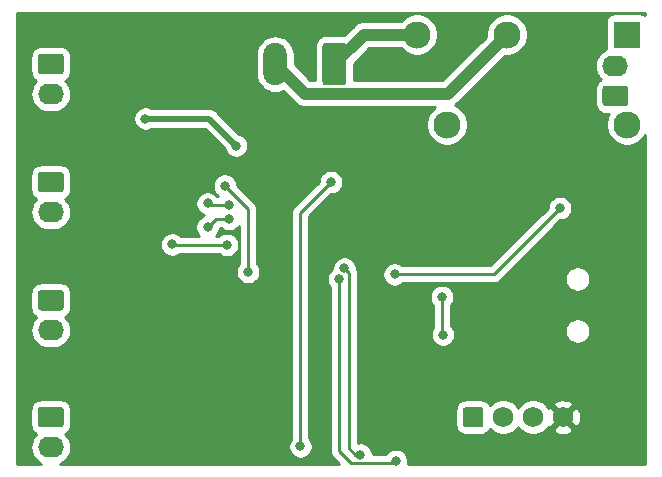
<source format=gbr>
%TF.GenerationSoftware,KiCad,Pcbnew,(5.1.7)-1*%
%TF.CreationDate,2020-10-05T16:07:01+02:00*%
%TF.ProjectId,Templogger,54656d70-6c6f-4676-9765-722e6b696361,rev?*%
%TF.SameCoordinates,Original*%
%TF.FileFunction,Copper,L2,Bot*%
%TF.FilePolarity,Positive*%
%FSLAX46Y46*%
G04 Gerber Fmt 4.6, Leading zero omitted, Abs format (unit mm)*
G04 Created by KiCad (PCBNEW (5.1.7)-1) date 2020-10-05 16:07:01*
%MOMM*%
%LPD*%
G01*
G04 APERTURE LIST*
%TA.AperFunction,ComponentPad*%
%ADD10C,1.740000*%
%TD*%
%TA.AperFunction,ComponentPad*%
%ADD11O,2.190000X1.740000*%
%TD*%
%TA.AperFunction,ComponentPad*%
%ADD12C,2.300000*%
%TD*%
%TA.AperFunction,ComponentPad*%
%ADD13R,2.300000X2.300000*%
%TD*%
%TA.AperFunction,ComponentPad*%
%ADD14O,2.000000X3.600000*%
%TD*%
%TA.AperFunction,ViaPad*%
%ADD15C,0.800000*%
%TD*%
%TA.AperFunction,Conductor*%
%ADD16C,0.250000*%
%TD*%
%TA.AperFunction,Conductor*%
%ADD17C,0.500000*%
%TD*%
%TA.AperFunction,Conductor*%
%ADD18C,1.000000*%
%TD*%
%TA.AperFunction,Conductor*%
%ADD19C,0.254000*%
%TD*%
%TA.AperFunction,Conductor*%
%ADD20C,0.100000*%
%TD*%
G04 APERTURE END LIST*
D10*
%TO.P,J9,4*%
%TO.N,GNDD*%
X144380000Y-109900000D03*
%TO.P,J9,3*%
%TO.N,SDA*%
X141840000Y-109900000D03*
%TO.P,J9,2*%
%TO.N,SCL*%
X139300000Y-109900000D03*
%TO.P,J9,1*%
%TO.N,+3V3*%
%TA.AperFunction,ComponentPad*%
G36*
G01*
X135890000Y-110520001D02*
X135890000Y-109279999D01*
G75*
G02*
X136139999Y-109030000I249999J0D01*
G01*
X137380001Y-109030000D01*
G75*
G02*
X137630000Y-109279999I0J-249999D01*
G01*
X137630000Y-110520001D01*
G75*
G02*
X137380001Y-110770000I-249999J0D01*
G01*
X136139999Y-110770000D01*
G75*
G02*
X135890000Y-110520001I0J249999D01*
G01*
G37*
%TD.AperFunction*%
%TD*%
D11*
%TO.P,J8,2*%
%TO.N,Net-(D1-Pad3)*%
X148800000Y-80160000D03*
%TO.P,J8,1*%
%TO.N,+5V*%
%TA.AperFunction,ComponentPad*%
G36*
G01*
X149645001Y-83570000D02*
X147954999Y-83570000D01*
G75*
G02*
X147705000Y-83320001I0J249999D01*
G01*
X147705000Y-82079999D01*
G75*
G02*
X147954999Y-81830000I249999J0D01*
G01*
X149645001Y-81830000D01*
G75*
G02*
X149895000Y-82079999I0J-249999D01*
G01*
X149895000Y-83320001D01*
G75*
G02*
X149645001Y-83570000I-249999J0D01*
G01*
G37*
%TD.AperFunction*%
%TD*%
D12*
%TO.P,K1,5*%
%TO.N,+5V*%
X149780000Y-85120000D03*
%TO.P,K1,4*%
%TO.N,N/C*%
X134540000Y-85120000D03*
%TO.P,K1,3*%
%TO.N,Net-(J5-Pad1)*%
X132000000Y-77500000D03*
%TO.P,K1,2*%
%TO.N,Net-(J5-Pad2)*%
X139620000Y-77500000D03*
D13*
%TO.P,K1,1*%
%TO.N,Net-(D1-Pad3)*%
X149780000Y-77500000D03*
%TD*%
D14*
%TO.P,J5,2*%
%TO.N,Net-(J5-Pad2)*%
X120000000Y-80000000D03*
%TO.P,J5,1*%
%TO.N,Net-(J5-Pad1)*%
%TA.AperFunction,ComponentPad*%
G36*
G01*
X126000000Y-78450000D02*
X126000000Y-81550000D01*
G75*
G02*
X125750000Y-81800000I-250000J0D01*
G01*
X124250000Y-81800000D01*
G75*
G02*
X124000000Y-81550000I0J250000D01*
G01*
X124000000Y-78450000D01*
G75*
G02*
X124250000Y-78200000I250000J0D01*
G01*
X125750000Y-78200000D01*
G75*
G02*
X126000000Y-78450000I0J-250000D01*
G01*
G37*
%TD.AperFunction*%
%TD*%
D11*
%TO.P,J4,2*%
%TO.N,Net-(IC4-Pad3)*%
X101000000Y-112440000D03*
%TO.P,J4,1*%
%TO.N,Net-(IC4-Pad2)*%
%TA.AperFunction,ComponentPad*%
G36*
G01*
X100154999Y-109030000D02*
X101845001Y-109030000D01*
G75*
G02*
X102095000Y-109279999I0J-249999D01*
G01*
X102095000Y-110520001D01*
G75*
G02*
X101845001Y-110770000I-249999J0D01*
G01*
X100154999Y-110770000D01*
G75*
G02*
X99905000Y-110520001I0J249999D01*
G01*
X99905000Y-109279999D01*
G75*
G02*
X100154999Y-109030000I249999J0D01*
G01*
G37*
%TD.AperFunction*%
%TD*%
%TO.P,J3,2*%
%TO.N,Net-(IC3-Pad3)*%
X101000000Y-102540000D03*
%TO.P,J3,1*%
%TO.N,Net-(IC3-Pad2)*%
%TA.AperFunction,ComponentPad*%
G36*
G01*
X100154999Y-99130000D02*
X101845001Y-99130000D01*
G75*
G02*
X102095000Y-99379999I0J-249999D01*
G01*
X102095000Y-100620001D01*
G75*
G02*
X101845001Y-100870000I-249999J0D01*
G01*
X100154999Y-100870000D01*
G75*
G02*
X99905000Y-100620001I0J249999D01*
G01*
X99905000Y-99379999D01*
G75*
G02*
X100154999Y-99130000I249999J0D01*
G01*
G37*
%TD.AperFunction*%
%TD*%
%TO.P,J2,2*%
%TO.N,Net-(IC2-Pad3)*%
X101000000Y-92540000D03*
%TO.P,J2,1*%
%TO.N,Net-(IC2-Pad2)*%
%TA.AperFunction,ComponentPad*%
G36*
G01*
X100154999Y-89130000D02*
X101845001Y-89130000D01*
G75*
G02*
X102095000Y-89379999I0J-249999D01*
G01*
X102095000Y-90620001D01*
G75*
G02*
X101845001Y-90870000I-249999J0D01*
G01*
X100154999Y-90870000D01*
G75*
G02*
X99905000Y-90620001I0J249999D01*
G01*
X99905000Y-89379999D01*
G75*
G02*
X100154999Y-89130000I249999J0D01*
G01*
G37*
%TD.AperFunction*%
%TD*%
%TO.P,J1,2*%
%TO.N,Net-(IC1-Pad3)*%
X101000000Y-82540000D03*
%TO.P,J1,1*%
%TO.N,Net-(IC1-Pad2)*%
%TA.AperFunction,ComponentPad*%
G36*
G01*
X100154999Y-79130000D02*
X101845001Y-79130000D01*
G75*
G02*
X102095000Y-79379999I0J-249999D01*
G01*
X102095000Y-80620001D01*
G75*
G02*
X101845001Y-80870000I-249999J0D01*
G01*
X100154999Y-80870000D01*
G75*
G02*
X99905000Y-80620001I0J249999D01*
G01*
X99905000Y-79379999D01*
G75*
G02*
X100154999Y-79130000I249999J0D01*
G01*
G37*
%TD.AperFunction*%
%TD*%
D15*
%TO.N,GNDD*%
X139500000Y-105000000D03*
X117500000Y-105500000D03*
X104000000Y-105000000D03*
X141100000Y-99600000D03*
X129600000Y-91400000D03*
X120400000Y-88500000D03*
X147300000Y-87400000D03*
%TO.N,NRST*%
X124700000Y-90000000D03*
X122125000Y-112375000D03*
%TO.N,+3V3*%
X116700000Y-86900000D03*
X109000000Y-84617000D03*
X134100000Y-99700000D03*
X134200000Y-102900000D03*
%TO.N,MISO*%
X115900000Y-95300000D03*
X111275000Y-95275000D03*
%TO.N,CS4*%
X115725000Y-90300000D03*
X117700000Y-97600000D03*
%TO.N,CS1*%
X116100000Y-91900000D03*
X114275000Y-91800000D03*
%TO.N,CS2*%
X116100000Y-93100000D03*
X114275000Y-93800000D03*
%TO.N,SWCLK*%
X125847214Y-97305571D03*
X127200000Y-113075000D03*
%TO.N,SWDIO*%
X125400000Y-98200000D03*
X130200000Y-113600000D03*
%TO.N,relay*%
X144100000Y-92200000D03*
X130100000Y-97800000D03*
%TD*%
D16*
%TO.N,NRST*%
X124700000Y-90000000D02*
X122125000Y-92575000D01*
X122125000Y-92575000D02*
X122125000Y-112375000D01*
D17*
%TO.N,+3V3*%
X116700000Y-86900000D02*
X114417000Y-84617000D01*
X114417000Y-84617000D02*
X109000000Y-84617000D01*
D16*
X134100000Y-99700000D02*
X134100000Y-102800000D01*
X134100000Y-102800000D02*
X134200000Y-102900000D01*
%TO.N,MISO*%
X115900000Y-95300000D02*
X111300000Y-95300000D01*
X111300000Y-95300000D02*
X111275000Y-95275000D01*
%TO.N,CS4*%
X115725000Y-90300000D02*
X117700000Y-92275000D01*
X117700000Y-92275000D02*
X117700000Y-97600000D01*
%TO.N,CS1*%
X116100000Y-91900000D02*
X114375000Y-91900000D01*
X114375000Y-91900000D02*
X114275000Y-91800000D01*
%TO.N,CS2*%
X116100000Y-93100000D02*
X114975000Y-93100000D01*
X114975000Y-93100000D02*
X114275000Y-93800000D01*
D18*
%TO.N,Net-(J5-Pad2)*%
X120000000Y-80000000D02*
X122500010Y-82500010D01*
X134619990Y-82500010D02*
X139620000Y-77500000D01*
X122500010Y-82500010D02*
X134619990Y-82500010D01*
%TO.N,Net-(J5-Pad1)*%
X127500000Y-77500000D02*
X125000000Y-80000000D01*
X132000000Y-77500000D02*
X127500000Y-77500000D01*
D16*
%TO.N,SWCLK*%
X126247213Y-97705570D02*
X126247213Y-112547213D01*
X125847214Y-97305571D02*
X126247213Y-97705570D01*
X126247213Y-112547213D02*
X126775000Y-113075000D01*
X126775000Y-113075000D02*
X127200000Y-113075000D01*
%TO.N,SWDIO*%
X125400000Y-98200000D02*
X125400000Y-112800000D01*
X125400000Y-112800000D02*
X126400000Y-113800000D01*
X126400000Y-113800000D02*
X130000000Y-113800000D01*
X130000000Y-113800000D02*
X130200000Y-113600000D01*
%TO.N,relay*%
X144100000Y-92200000D02*
X138500000Y-97800000D01*
X138500000Y-97800000D02*
X130100000Y-97800000D01*
%TD*%
D19*
%TO.N,GNDD*%
X151340000Y-75865015D02*
X151284494Y-75819463D01*
X151174180Y-75760498D01*
X151054482Y-75724188D01*
X150930000Y-75711928D01*
X148630000Y-75711928D01*
X148505518Y-75724188D01*
X148385820Y-75760498D01*
X148275506Y-75819463D01*
X148178815Y-75898815D01*
X148099463Y-75995506D01*
X148040498Y-76105820D01*
X148004188Y-76225518D01*
X147991928Y-76350000D01*
X147991928Y-78650000D01*
X148002845Y-78760841D01*
X147996275Y-78762834D01*
X147734821Y-78902583D01*
X147505655Y-79090655D01*
X147317583Y-79319821D01*
X147177834Y-79581275D01*
X147091776Y-79864968D01*
X147062718Y-80160000D01*
X147091776Y-80455032D01*
X147177834Y-80738725D01*
X147317583Y-81000179D01*
X147505655Y-81229345D01*
X147571114Y-81283066D01*
X147461613Y-81341595D01*
X147327038Y-81452038D01*
X147216595Y-81586613D01*
X147134528Y-81740149D01*
X147083992Y-81906745D01*
X147066928Y-82079999D01*
X147066928Y-83320001D01*
X147083992Y-83493255D01*
X147134528Y-83659851D01*
X147216595Y-83813387D01*
X147327038Y-83947962D01*
X147461613Y-84058405D01*
X147615149Y-84140472D01*
X147781745Y-84191008D01*
X147954999Y-84208072D01*
X148242529Y-84208072D01*
X148198153Y-84274485D01*
X148063596Y-84599335D01*
X147995000Y-84944193D01*
X147995000Y-85295807D01*
X148063596Y-85640665D01*
X148198153Y-85965515D01*
X148393500Y-86257871D01*
X148642129Y-86506500D01*
X148934485Y-86701847D01*
X149259335Y-86836404D01*
X149604193Y-86905000D01*
X149955807Y-86905000D01*
X150300665Y-86836404D01*
X150625515Y-86701847D01*
X150917871Y-86506500D01*
X151166500Y-86257871D01*
X151340000Y-85998211D01*
X151340001Y-113840000D01*
X131207538Y-113840000D01*
X131235000Y-113701939D01*
X131235000Y-113498061D01*
X131195226Y-113298102D01*
X131117205Y-113109744D01*
X131003937Y-112940226D01*
X130859774Y-112796063D01*
X130690256Y-112682795D01*
X130501898Y-112604774D01*
X130301939Y-112565000D01*
X130098061Y-112565000D01*
X129898102Y-112604774D01*
X129709744Y-112682795D01*
X129540226Y-112796063D01*
X129396063Y-112940226D01*
X129329396Y-113040000D01*
X128235000Y-113040000D01*
X128235000Y-112973061D01*
X128195226Y-112773102D01*
X128117205Y-112584744D01*
X128003937Y-112415226D01*
X127859774Y-112271063D01*
X127690256Y-112157795D01*
X127501898Y-112079774D01*
X127301939Y-112040000D01*
X127098061Y-112040000D01*
X127007213Y-112058071D01*
X127007213Y-109279999D01*
X135251928Y-109279999D01*
X135251928Y-110520001D01*
X135268992Y-110693255D01*
X135319528Y-110859851D01*
X135401595Y-111013387D01*
X135512038Y-111147962D01*
X135646613Y-111258405D01*
X135800149Y-111340472D01*
X135966745Y-111391008D01*
X136139999Y-111408072D01*
X137380001Y-111408072D01*
X137553255Y-111391008D01*
X137719851Y-111340472D01*
X137873387Y-111258405D01*
X138007962Y-111147962D01*
X138118405Y-111013387D01*
X138176433Y-110904825D01*
X138340618Y-111069010D01*
X138587115Y-111233714D01*
X138861008Y-111347164D01*
X139151770Y-111405000D01*
X139448230Y-111405000D01*
X139738992Y-111347164D01*
X140012885Y-111233714D01*
X140259382Y-111069010D01*
X140469010Y-110859382D01*
X140570000Y-110708240D01*
X140670990Y-110859382D01*
X140880618Y-111069010D01*
X141127115Y-111233714D01*
X141401008Y-111347164D01*
X141691770Y-111405000D01*
X141988230Y-111405000D01*
X142278992Y-111347164D01*
X142552885Y-111233714D01*
X142799382Y-111069010D01*
X142925720Y-110942672D01*
X143516933Y-110942672D01*
X143596988Y-111193789D01*
X143864439Y-111321687D01*
X144151703Y-111394950D01*
X144447740Y-111410764D01*
X144741174Y-111368520D01*
X145020728Y-111269841D01*
X145163012Y-111193789D01*
X145243067Y-110942672D01*
X144380000Y-110079605D01*
X143516933Y-110942672D01*
X142925720Y-110942672D01*
X143009010Y-110859382D01*
X143119719Y-110693694D01*
X143337328Y-110763067D01*
X144200395Y-109900000D01*
X144559605Y-109900000D01*
X145422672Y-110763067D01*
X145673789Y-110683012D01*
X145801687Y-110415561D01*
X145874950Y-110128297D01*
X145890764Y-109832260D01*
X145848520Y-109538826D01*
X145749841Y-109259272D01*
X145673789Y-109116988D01*
X145422672Y-109036933D01*
X144559605Y-109900000D01*
X144200395Y-109900000D01*
X143337328Y-109036933D01*
X143119719Y-109106306D01*
X143009010Y-108940618D01*
X142925720Y-108857328D01*
X143516933Y-108857328D01*
X144380000Y-109720395D01*
X145243067Y-108857328D01*
X145163012Y-108606211D01*
X144895561Y-108478313D01*
X144608297Y-108405050D01*
X144312260Y-108389236D01*
X144018826Y-108431480D01*
X143739272Y-108530159D01*
X143596988Y-108606211D01*
X143516933Y-108857328D01*
X142925720Y-108857328D01*
X142799382Y-108730990D01*
X142552885Y-108566286D01*
X142278992Y-108452836D01*
X141988230Y-108395000D01*
X141691770Y-108395000D01*
X141401008Y-108452836D01*
X141127115Y-108566286D01*
X140880618Y-108730990D01*
X140670990Y-108940618D01*
X140570000Y-109091760D01*
X140469010Y-108940618D01*
X140259382Y-108730990D01*
X140012885Y-108566286D01*
X139738992Y-108452836D01*
X139448230Y-108395000D01*
X139151770Y-108395000D01*
X138861008Y-108452836D01*
X138587115Y-108566286D01*
X138340618Y-108730990D01*
X138176433Y-108895175D01*
X138118405Y-108786613D01*
X138007962Y-108652038D01*
X137873387Y-108541595D01*
X137719851Y-108459528D01*
X137553255Y-108408992D01*
X137380001Y-108391928D01*
X136139999Y-108391928D01*
X135966745Y-108408992D01*
X135800149Y-108459528D01*
X135646613Y-108541595D01*
X135512038Y-108652038D01*
X135401595Y-108786613D01*
X135319528Y-108940149D01*
X135268992Y-109106745D01*
X135251928Y-109279999D01*
X127007213Y-109279999D01*
X127007213Y-99598061D01*
X133065000Y-99598061D01*
X133065000Y-99801939D01*
X133104774Y-100001898D01*
X133182795Y-100190256D01*
X133296063Y-100359774D01*
X133340000Y-100403711D01*
X133340001Y-102324129D01*
X133282795Y-102409744D01*
X133204774Y-102598102D01*
X133165000Y-102798061D01*
X133165000Y-103001939D01*
X133204774Y-103201898D01*
X133282795Y-103390256D01*
X133396063Y-103559774D01*
X133540226Y-103703937D01*
X133709744Y-103817205D01*
X133898102Y-103895226D01*
X134098061Y-103935000D01*
X134301939Y-103935000D01*
X134501898Y-103895226D01*
X134690256Y-103817205D01*
X134859774Y-103703937D01*
X135003937Y-103559774D01*
X135117205Y-103390256D01*
X135195226Y-103201898D01*
X135235000Y-103001939D01*
X135235000Y-102798061D01*
X135195226Y-102598102D01*
X135151748Y-102493137D01*
X144515000Y-102493137D01*
X144515000Y-102706863D01*
X144556696Y-102916483D01*
X144638485Y-103113940D01*
X144757225Y-103291647D01*
X144908353Y-103442775D01*
X145086060Y-103561515D01*
X145283517Y-103643304D01*
X145493137Y-103685000D01*
X145706863Y-103685000D01*
X145916483Y-103643304D01*
X146113940Y-103561515D01*
X146291647Y-103442775D01*
X146442775Y-103291647D01*
X146561515Y-103113940D01*
X146643304Y-102916483D01*
X146685000Y-102706863D01*
X146685000Y-102493137D01*
X146643304Y-102283517D01*
X146561515Y-102086060D01*
X146442775Y-101908353D01*
X146291647Y-101757225D01*
X146113940Y-101638485D01*
X145916483Y-101556696D01*
X145706863Y-101515000D01*
X145493137Y-101515000D01*
X145283517Y-101556696D01*
X145086060Y-101638485D01*
X144908353Y-101757225D01*
X144757225Y-101908353D01*
X144638485Y-102086060D01*
X144556696Y-102283517D01*
X144515000Y-102493137D01*
X135151748Y-102493137D01*
X135117205Y-102409744D01*
X135003937Y-102240226D01*
X134860000Y-102096289D01*
X134860000Y-100403711D01*
X134903937Y-100359774D01*
X135017205Y-100190256D01*
X135095226Y-100001898D01*
X135135000Y-99801939D01*
X135135000Y-99598061D01*
X135095226Y-99398102D01*
X135017205Y-99209744D01*
X134903937Y-99040226D01*
X134759774Y-98896063D01*
X134590256Y-98782795D01*
X134401898Y-98704774D01*
X134201939Y-98665000D01*
X133998061Y-98665000D01*
X133798102Y-98704774D01*
X133609744Y-98782795D01*
X133440226Y-98896063D01*
X133296063Y-99040226D01*
X133182795Y-99209744D01*
X133104774Y-99398102D01*
X133065000Y-99598061D01*
X127007213Y-99598061D01*
X127007213Y-97742892D01*
X127010889Y-97705569D01*
X127010150Y-97698061D01*
X129065000Y-97698061D01*
X129065000Y-97901939D01*
X129104774Y-98101898D01*
X129182795Y-98290256D01*
X129296063Y-98459774D01*
X129440226Y-98603937D01*
X129609744Y-98717205D01*
X129798102Y-98795226D01*
X129998061Y-98835000D01*
X130201939Y-98835000D01*
X130401898Y-98795226D01*
X130590256Y-98717205D01*
X130759774Y-98603937D01*
X130803711Y-98560000D01*
X138462678Y-98560000D01*
X138500000Y-98563676D01*
X138537322Y-98560000D01*
X138537333Y-98560000D01*
X138648986Y-98549003D01*
X138792247Y-98505546D01*
X138924276Y-98434974D01*
X139040001Y-98340001D01*
X139063804Y-98310997D01*
X139281664Y-98093137D01*
X144515000Y-98093137D01*
X144515000Y-98306863D01*
X144556696Y-98516483D01*
X144638485Y-98713940D01*
X144757225Y-98891647D01*
X144908353Y-99042775D01*
X145086060Y-99161515D01*
X145283517Y-99243304D01*
X145493137Y-99285000D01*
X145706863Y-99285000D01*
X145916483Y-99243304D01*
X146113940Y-99161515D01*
X146291647Y-99042775D01*
X146442775Y-98891647D01*
X146561515Y-98713940D01*
X146643304Y-98516483D01*
X146685000Y-98306863D01*
X146685000Y-98093137D01*
X146643304Y-97883517D01*
X146561515Y-97686060D01*
X146442775Y-97508353D01*
X146291647Y-97357225D01*
X146113940Y-97238485D01*
X145916483Y-97156696D01*
X145706863Y-97115000D01*
X145493137Y-97115000D01*
X145283517Y-97156696D01*
X145086060Y-97238485D01*
X144908353Y-97357225D01*
X144757225Y-97508353D01*
X144638485Y-97686060D01*
X144556696Y-97883517D01*
X144515000Y-98093137D01*
X139281664Y-98093137D01*
X144139802Y-93235000D01*
X144201939Y-93235000D01*
X144401898Y-93195226D01*
X144590256Y-93117205D01*
X144759774Y-93003937D01*
X144903937Y-92859774D01*
X145017205Y-92690256D01*
X145095226Y-92501898D01*
X145135000Y-92301939D01*
X145135000Y-92098061D01*
X145095226Y-91898102D01*
X145017205Y-91709744D01*
X144903937Y-91540226D01*
X144759774Y-91396063D01*
X144590256Y-91282795D01*
X144401898Y-91204774D01*
X144201939Y-91165000D01*
X143998061Y-91165000D01*
X143798102Y-91204774D01*
X143609744Y-91282795D01*
X143440226Y-91396063D01*
X143296063Y-91540226D01*
X143182795Y-91709744D01*
X143104774Y-91898102D01*
X143065000Y-92098061D01*
X143065000Y-92160198D01*
X138185199Y-97040000D01*
X130803711Y-97040000D01*
X130759774Y-96996063D01*
X130590256Y-96882795D01*
X130401898Y-96804774D01*
X130201939Y-96765000D01*
X129998061Y-96765000D01*
X129798102Y-96804774D01*
X129609744Y-96882795D01*
X129440226Y-96996063D01*
X129296063Y-97140226D01*
X129182795Y-97309744D01*
X129104774Y-97498102D01*
X129065000Y-97698061D01*
X127010150Y-97698061D01*
X127007213Y-97668247D01*
X127007213Y-97668237D01*
X126996216Y-97556584D01*
X126952759Y-97413323D01*
X126882214Y-97281345D01*
X126882214Y-97203632D01*
X126842440Y-97003673D01*
X126764419Y-96815315D01*
X126651151Y-96645797D01*
X126506988Y-96501634D01*
X126337470Y-96388366D01*
X126149112Y-96310345D01*
X125949153Y-96270571D01*
X125745275Y-96270571D01*
X125545316Y-96310345D01*
X125356958Y-96388366D01*
X125187440Y-96501634D01*
X125043277Y-96645797D01*
X124930009Y-96815315D01*
X124851988Y-97003673D01*
X124812214Y-97203632D01*
X124812214Y-97347962D01*
X124740226Y-97396063D01*
X124596063Y-97540226D01*
X124482795Y-97709744D01*
X124404774Y-97898102D01*
X124365000Y-98098061D01*
X124365000Y-98301939D01*
X124404774Y-98501898D01*
X124482795Y-98690256D01*
X124596063Y-98859774D01*
X124640000Y-98903711D01*
X124640001Y-112762668D01*
X124636324Y-112800000D01*
X124640001Y-112837333D01*
X124648736Y-112926014D01*
X124650998Y-112948985D01*
X124694454Y-113092246D01*
X124765026Y-113224276D01*
X124836109Y-113310890D01*
X124860000Y-113340001D01*
X124888998Y-113363799D01*
X125365198Y-113840000D01*
X101794383Y-113840000D01*
X101803725Y-113837166D01*
X102065179Y-113697417D01*
X102294345Y-113509345D01*
X102482417Y-113280179D01*
X102622166Y-113018725D01*
X102708224Y-112735032D01*
X102737282Y-112440000D01*
X102720841Y-112273061D01*
X121090000Y-112273061D01*
X121090000Y-112476939D01*
X121129774Y-112676898D01*
X121207795Y-112865256D01*
X121321063Y-113034774D01*
X121465226Y-113178937D01*
X121634744Y-113292205D01*
X121823102Y-113370226D01*
X122023061Y-113410000D01*
X122226939Y-113410000D01*
X122426898Y-113370226D01*
X122615256Y-113292205D01*
X122784774Y-113178937D01*
X122928937Y-113034774D01*
X123042205Y-112865256D01*
X123120226Y-112676898D01*
X123160000Y-112476939D01*
X123160000Y-112273061D01*
X123120226Y-112073102D01*
X123042205Y-111884744D01*
X122928937Y-111715226D01*
X122885000Y-111671289D01*
X122885000Y-92889801D01*
X124739802Y-91035000D01*
X124801939Y-91035000D01*
X125001898Y-90995226D01*
X125190256Y-90917205D01*
X125359774Y-90803937D01*
X125503937Y-90659774D01*
X125617205Y-90490256D01*
X125695226Y-90301898D01*
X125735000Y-90101939D01*
X125735000Y-89898061D01*
X125695226Y-89698102D01*
X125617205Y-89509744D01*
X125503937Y-89340226D01*
X125359774Y-89196063D01*
X125190256Y-89082795D01*
X125001898Y-89004774D01*
X124801939Y-88965000D01*
X124598061Y-88965000D01*
X124398102Y-89004774D01*
X124209744Y-89082795D01*
X124040226Y-89196063D01*
X123896063Y-89340226D01*
X123782795Y-89509744D01*
X123704774Y-89698102D01*
X123665000Y-89898061D01*
X123665000Y-89960198D01*
X121614003Y-92011196D01*
X121584999Y-92034999D01*
X121538018Y-92092246D01*
X121490026Y-92150724D01*
X121443554Y-92237667D01*
X121419454Y-92282754D01*
X121375997Y-92426015D01*
X121365000Y-92537668D01*
X121365000Y-92537678D01*
X121361324Y-92575000D01*
X121365000Y-92612322D01*
X121365001Y-111671288D01*
X121321063Y-111715226D01*
X121207795Y-111884744D01*
X121129774Y-112073102D01*
X121090000Y-112273061D01*
X102720841Y-112273061D01*
X102708224Y-112144968D01*
X102622166Y-111861275D01*
X102482417Y-111599821D01*
X102294345Y-111370655D01*
X102228886Y-111316934D01*
X102338387Y-111258405D01*
X102472962Y-111147962D01*
X102583405Y-111013387D01*
X102665472Y-110859851D01*
X102716008Y-110693255D01*
X102733072Y-110520001D01*
X102733072Y-109279999D01*
X102716008Y-109106745D01*
X102665472Y-108940149D01*
X102583405Y-108786613D01*
X102472962Y-108652038D01*
X102338387Y-108541595D01*
X102184851Y-108459528D01*
X102018255Y-108408992D01*
X101845001Y-108391928D01*
X100154999Y-108391928D01*
X99981745Y-108408992D01*
X99815149Y-108459528D01*
X99661613Y-108541595D01*
X99527038Y-108652038D01*
X99416595Y-108786613D01*
X99334528Y-108940149D01*
X99283992Y-109106745D01*
X99266928Y-109279999D01*
X99266928Y-110520001D01*
X99283992Y-110693255D01*
X99334528Y-110859851D01*
X99416595Y-111013387D01*
X99527038Y-111147962D01*
X99661613Y-111258405D01*
X99771114Y-111316934D01*
X99705655Y-111370655D01*
X99517583Y-111599821D01*
X99377834Y-111861275D01*
X99291776Y-112144968D01*
X99262718Y-112440000D01*
X99291776Y-112735032D01*
X99377834Y-113018725D01*
X99517583Y-113280179D01*
X99705655Y-113509345D01*
X99934821Y-113697417D01*
X100196275Y-113837166D01*
X100205617Y-113840000D01*
X98160000Y-113840000D01*
X98160000Y-102540000D01*
X99262718Y-102540000D01*
X99291776Y-102835032D01*
X99377834Y-103118725D01*
X99517583Y-103380179D01*
X99705655Y-103609345D01*
X99934821Y-103797417D01*
X100196275Y-103937166D01*
X100479968Y-104023224D01*
X100701064Y-104045000D01*
X101298936Y-104045000D01*
X101520032Y-104023224D01*
X101803725Y-103937166D01*
X102065179Y-103797417D01*
X102294345Y-103609345D01*
X102482417Y-103380179D01*
X102622166Y-103118725D01*
X102708224Y-102835032D01*
X102737282Y-102540000D01*
X102708224Y-102244968D01*
X102622166Y-101961275D01*
X102482417Y-101699821D01*
X102294345Y-101470655D01*
X102228886Y-101416934D01*
X102338387Y-101358405D01*
X102472962Y-101247962D01*
X102583405Y-101113387D01*
X102665472Y-100959851D01*
X102716008Y-100793255D01*
X102733072Y-100620001D01*
X102733072Y-99379999D01*
X102716008Y-99206745D01*
X102665472Y-99040149D01*
X102583405Y-98886613D01*
X102472962Y-98752038D01*
X102338387Y-98641595D01*
X102184851Y-98559528D01*
X102018255Y-98508992D01*
X101845001Y-98491928D01*
X100154999Y-98491928D01*
X99981745Y-98508992D01*
X99815149Y-98559528D01*
X99661613Y-98641595D01*
X99527038Y-98752038D01*
X99416595Y-98886613D01*
X99334528Y-99040149D01*
X99283992Y-99206745D01*
X99266928Y-99379999D01*
X99266928Y-100620001D01*
X99283992Y-100793255D01*
X99334528Y-100959851D01*
X99416595Y-101113387D01*
X99527038Y-101247962D01*
X99661613Y-101358405D01*
X99771114Y-101416934D01*
X99705655Y-101470655D01*
X99517583Y-101699821D01*
X99377834Y-101961275D01*
X99291776Y-102244968D01*
X99262718Y-102540000D01*
X98160000Y-102540000D01*
X98160000Y-95173061D01*
X110240000Y-95173061D01*
X110240000Y-95376939D01*
X110279774Y-95576898D01*
X110357795Y-95765256D01*
X110471063Y-95934774D01*
X110615226Y-96078937D01*
X110784744Y-96192205D01*
X110973102Y-96270226D01*
X111173061Y-96310000D01*
X111376939Y-96310000D01*
X111576898Y-96270226D01*
X111765256Y-96192205D01*
X111934774Y-96078937D01*
X111953711Y-96060000D01*
X115196289Y-96060000D01*
X115240226Y-96103937D01*
X115409744Y-96217205D01*
X115598102Y-96295226D01*
X115798061Y-96335000D01*
X116001939Y-96335000D01*
X116201898Y-96295226D01*
X116390256Y-96217205D01*
X116559774Y-96103937D01*
X116703937Y-95959774D01*
X116817205Y-95790256D01*
X116895226Y-95601898D01*
X116935000Y-95401939D01*
X116935000Y-95198061D01*
X116895226Y-94998102D01*
X116817205Y-94809744D01*
X116703937Y-94640226D01*
X116559774Y-94496063D01*
X116390256Y-94382795D01*
X116201898Y-94304774D01*
X116001939Y-94265000D01*
X115798061Y-94265000D01*
X115598102Y-94304774D01*
X115409744Y-94382795D01*
X115240226Y-94496063D01*
X115196289Y-94540000D01*
X114998711Y-94540000D01*
X115078937Y-94459774D01*
X115192205Y-94290256D01*
X115270226Y-94101898D01*
X115310000Y-93901939D01*
X115310000Y-93860000D01*
X115396289Y-93860000D01*
X115440226Y-93903937D01*
X115609744Y-94017205D01*
X115798102Y-94095226D01*
X115998061Y-94135000D01*
X116201939Y-94135000D01*
X116401898Y-94095226D01*
X116590256Y-94017205D01*
X116759774Y-93903937D01*
X116903937Y-93759774D01*
X116940000Y-93705801D01*
X116940001Y-96896288D01*
X116896063Y-96940226D01*
X116782795Y-97109744D01*
X116704774Y-97298102D01*
X116665000Y-97498061D01*
X116665000Y-97701939D01*
X116704774Y-97901898D01*
X116782795Y-98090256D01*
X116896063Y-98259774D01*
X117040226Y-98403937D01*
X117209744Y-98517205D01*
X117398102Y-98595226D01*
X117598061Y-98635000D01*
X117801939Y-98635000D01*
X118001898Y-98595226D01*
X118190256Y-98517205D01*
X118359774Y-98403937D01*
X118503937Y-98259774D01*
X118617205Y-98090256D01*
X118695226Y-97901898D01*
X118735000Y-97701939D01*
X118735000Y-97498061D01*
X118695226Y-97298102D01*
X118617205Y-97109744D01*
X118503937Y-96940226D01*
X118460000Y-96896289D01*
X118460000Y-92312325D01*
X118463676Y-92275000D01*
X118460000Y-92237675D01*
X118460000Y-92237667D01*
X118449003Y-92126014D01*
X118405546Y-91982753D01*
X118334974Y-91850724D01*
X118240001Y-91734999D01*
X118211004Y-91711202D01*
X116760000Y-90260199D01*
X116760000Y-90198061D01*
X116720226Y-89998102D01*
X116642205Y-89809744D01*
X116528937Y-89640226D01*
X116384774Y-89496063D01*
X116215256Y-89382795D01*
X116026898Y-89304774D01*
X115826939Y-89265000D01*
X115623061Y-89265000D01*
X115423102Y-89304774D01*
X115234744Y-89382795D01*
X115065226Y-89496063D01*
X114921063Y-89640226D01*
X114807795Y-89809744D01*
X114729774Y-89998102D01*
X114690000Y-90198061D01*
X114690000Y-90401939D01*
X114729774Y-90601898D01*
X114807795Y-90790256D01*
X114921063Y-90959774D01*
X115065226Y-91103937D01*
X115119198Y-91140000D01*
X115078711Y-91140000D01*
X114934774Y-90996063D01*
X114765256Y-90882795D01*
X114576898Y-90804774D01*
X114376939Y-90765000D01*
X114173061Y-90765000D01*
X113973102Y-90804774D01*
X113784744Y-90882795D01*
X113615226Y-90996063D01*
X113471063Y-91140226D01*
X113357795Y-91309744D01*
X113279774Y-91498102D01*
X113240000Y-91698061D01*
X113240000Y-91901939D01*
X113279774Y-92101898D01*
X113357795Y-92290256D01*
X113471063Y-92459774D01*
X113615226Y-92603937D01*
X113784744Y-92717205D01*
X113973102Y-92795226D01*
X113997103Y-92800000D01*
X113973102Y-92804774D01*
X113784744Y-92882795D01*
X113615226Y-92996063D01*
X113471063Y-93140226D01*
X113357795Y-93309744D01*
X113279774Y-93498102D01*
X113240000Y-93698061D01*
X113240000Y-93901939D01*
X113279774Y-94101898D01*
X113357795Y-94290256D01*
X113471063Y-94459774D01*
X113551289Y-94540000D01*
X112003711Y-94540000D01*
X111934774Y-94471063D01*
X111765256Y-94357795D01*
X111576898Y-94279774D01*
X111376939Y-94240000D01*
X111173061Y-94240000D01*
X110973102Y-94279774D01*
X110784744Y-94357795D01*
X110615226Y-94471063D01*
X110471063Y-94615226D01*
X110357795Y-94784744D01*
X110279774Y-94973102D01*
X110240000Y-95173061D01*
X98160000Y-95173061D01*
X98160000Y-92540000D01*
X99262718Y-92540000D01*
X99291776Y-92835032D01*
X99377834Y-93118725D01*
X99517583Y-93380179D01*
X99705655Y-93609345D01*
X99934821Y-93797417D01*
X100196275Y-93937166D01*
X100479968Y-94023224D01*
X100701064Y-94045000D01*
X101298936Y-94045000D01*
X101520032Y-94023224D01*
X101803725Y-93937166D01*
X102065179Y-93797417D01*
X102294345Y-93609345D01*
X102482417Y-93380179D01*
X102622166Y-93118725D01*
X102708224Y-92835032D01*
X102737282Y-92540000D01*
X102708224Y-92244968D01*
X102622166Y-91961275D01*
X102482417Y-91699821D01*
X102294345Y-91470655D01*
X102228886Y-91416934D01*
X102338387Y-91358405D01*
X102472962Y-91247962D01*
X102583405Y-91113387D01*
X102665472Y-90959851D01*
X102716008Y-90793255D01*
X102733072Y-90620001D01*
X102733072Y-89379999D01*
X102716008Y-89206745D01*
X102665472Y-89040149D01*
X102583405Y-88886613D01*
X102472962Y-88752038D01*
X102338387Y-88641595D01*
X102184851Y-88559528D01*
X102018255Y-88508992D01*
X101845001Y-88491928D01*
X100154999Y-88491928D01*
X99981745Y-88508992D01*
X99815149Y-88559528D01*
X99661613Y-88641595D01*
X99527038Y-88752038D01*
X99416595Y-88886613D01*
X99334528Y-89040149D01*
X99283992Y-89206745D01*
X99266928Y-89379999D01*
X99266928Y-90620001D01*
X99283992Y-90793255D01*
X99334528Y-90959851D01*
X99416595Y-91113387D01*
X99527038Y-91247962D01*
X99661613Y-91358405D01*
X99771114Y-91416934D01*
X99705655Y-91470655D01*
X99517583Y-91699821D01*
X99377834Y-91961275D01*
X99291776Y-92244968D01*
X99262718Y-92540000D01*
X98160000Y-92540000D01*
X98160000Y-84515061D01*
X107965000Y-84515061D01*
X107965000Y-84718939D01*
X108004774Y-84918898D01*
X108082795Y-85107256D01*
X108196063Y-85276774D01*
X108340226Y-85420937D01*
X108509744Y-85534205D01*
X108698102Y-85612226D01*
X108898061Y-85652000D01*
X109101939Y-85652000D01*
X109301898Y-85612226D01*
X109490256Y-85534205D01*
X109538454Y-85502000D01*
X114050422Y-85502000D01*
X115693465Y-87145044D01*
X115704774Y-87201898D01*
X115782795Y-87390256D01*
X115896063Y-87559774D01*
X116040226Y-87703937D01*
X116209744Y-87817205D01*
X116398102Y-87895226D01*
X116598061Y-87935000D01*
X116801939Y-87935000D01*
X117001898Y-87895226D01*
X117190256Y-87817205D01*
X117359774Y-87703937D01*
X117503937Y-87559774D01*
X117617205Y-87390256D01*
X117695226Y-87201898D01*
X117735000Y-87001939D01*
X117735000Y-86798061D01*
X117695226Y-86598102D01*
X117617205Y-86409744D01*
X117503937Y-86240226D01*
X117359774Y-86096063D01*
X117190256Y-85982795D01*
X117001898Y-85904774D01*
X116945044Y-85893465D01*
X115073534Y-84021956D01*
X115045817Y-83988183D01*
X114911059Y-83877589D01*
X114757313Y-83795411D01*
X114590490Y-83744805D01*
X114460477Y-83732000D01*
X114460469Y-83732000D01*
X114417000Y-83727719D01*
X114373531Y-83732000D01*
X109538454Y-83732000D01*
X109490256Y-83699795D01*
X109301898Y-83621774D01*
X109101939Y-83582000D01*
X108898061Y-83582000D01*
X108698102Y-83621774D01*
X108509744Y-83699795D01*
X108340226Y-83813063D01*
X108196063Y-83957226D01*
X108082795Y-84126744D01*
X108004774Y-84315102D01*
X107965000Y-84515061D01*
X98160000Y-84515061D01*
X98160000Y-82540000D01*
X99262718Y-82540000D01*
X99291776Y-82835032D01*
X99377834Y-83118725D01*
X99517583Y-83380179D01*
X99705655Y-83609345D01*
X99934821Y-83797417D01*
X100196275Y-83937166D01*
X100479968Y-84023224D01*
X100701064Y-84045000D01*
X101298936Y-84045000D01*
X101520032Y-84023224D01*
X101803725Y-83937166D01*
X102065179Y-83797417D01*
X102294345Y-83609345D01*
X102482417Y-83380179D01*
X102622166Y-83118725D01*
X102708224Y-82835032D01*
X102737282Y-82540000D01*
X102708224Y-82244968D01*
X102622166Y-81961275D01*
X102482417Y-81699821D01*
X102294345Y-81470655D01*
X102228886Y-81416934D01*
X102338387Y-81358405D01*
X102472962Y-81247962D01*
X102583405Y-81113387D01*
X102665472Y-80959851D01*
X102716008Y-80793255D01*
X102733072Y-80620001D01*
X102733072Y-79379999D01*
X102716008Y-79206745D01*
X102689597Y-79119678D01*
X118365000Y-79119678D01*
X118365000Y-80880321D01*
X118388657Y-81120515D01*
X118482148Y-81428714D01*
X118633969Y-81712751D01*
X118838286Y-81961714D01*
X119087248Y-82166031D01*
X119371285Y-82317852D01*
X119679484Y-82411343D01*
X120000000Y-82442911D01*
X120320515Y-82411343D01*
X120628714Y-82317852D01*
X120683459Y-82288590D01*
X121658019Y-83263151D01*
X121693561Y-83306459D01*
X121866387Y-83448294D01*
X122034503Y-83538153D01*
X122063563Y-83553686D01*
X122277511Y-83618587D01*
X122500009Y-83640501D01*
X122555761Y-83635010D01*
X133549529Y-83635010D01*
X133402129Y-83733500D01*
X133153500Y-83982129D01*
X132958153Y-84274485D01*
X132823596Y-84599335D01*
X132755000Y-84944193D01*
X132755000Y-85295807D01*
X132823596Y-85640665D01*
X132958153Y-85965515D01*
X133153500Y-86257871D01*
X133402129Y-86506500D01*
X133694485Y-86701847D01*
X134019335Y-86836404D01*
X134364193Y-86905000D01*
X134715807Y-86905000D01*
X135060665Y-86836404D01*
X135385515Y-86701847D01*
X135677871Y-86506500D01*
X135926500Y-86257871D01*
X136121847Y-85965515D01*
X136256404Y-85640665D01*
X136325000Y-85295807D01*
X136325000Y-84944193D01*
X136256404Y-84599335D01*
X136121847Y-84274485D01*
X135926500Y-83982129D01*
X135677871Y-83733500D01*
X135385515Y-83538153D01*
X135216486Y-83468139D01*
X135253613Y-83448294D01*
X135426439Y-83306459D01*
X135461986Y-83263145D01*
X139440806Y-79284326D01*
X139444193Y-79285000D01*
X139795807Y-79285000D01*
X140140665Y-79216404D01*
X140465515Y-79081847D01*
X140757871Y-78886500D01*
X141006500Y-78637871D01*
X141201847Y-78345515D01*
X141336404Y-78020665D01*
X141405000Y-77675807D01*
X141405000Y-77324193D01*
X141336404Y-76979335D01*
X141201847Y-76654485D01*
X141006500Y-76362129D01*
X140757871Y-76113500D01*
X140465515Y-75918153D01*
X140140665Y-75783596D01*
X139795807Y-75715000D01*
X139444193Y-75715000D01*
X139099335Y-75783596D01*
X138774485Y-75918153D01*
X138482129Y-76113500D01*
X138233500Y-76362129D01*
X138038153Y-76654485D01*
X137903596Y-76979335D01*
X137835000Y-77324193D01*
X137835000Y-77675807D01*
X137835674Y-77679194D01*
X134149859Y-81365010D01*
X126638072Y-81365010D01*
X126638072Y-79967059D01*
X127970132Y-78635000D01*
X130611582Y-78635000D01*
X130613500Y-78637871D01*
X130862129Y-78886500D01*
X131154485Y-79081847D01*
X131479335Y-79216404D01*
X131824193Y-79285000D01*
X132175807Y-79285000D01*
X132520665Y-79216404D01*
X132845515Y-79081847D01*
X133137871Y-78886500D01*
X133386500Y-78637871D01*
X133581847Y-78345515D01*
X133716404Y-78020665D01*
X133785000Y-77675807D01*
X133785000Y-77324193D01*
X133716404Y-76979335D01*
X133581847Y-76654485D01*
X133386500Y-76362129D01*
X133137871Y-76113500D01*
X132845515Y-75918153D01*
X132520665Y-75783596D01*
X132175807Y-75715000D01*
X131824193Y-75715000D01*
X131479335Y-75783596D01*
X131154485Y-75918153D01*
X130862129Y-76113500D01*
X130613500Y-76362129D01*
X130611582Y-76365000D01*
X127555751Y-76365000D01*
X127500000Y-76359509D01*
X127444248Y-76365000D01*
X127277501Y-76381423D01*
X127063553Y-76446324D01*
X126866377Y-76551716D01*
X126693551Y-76693551D01*
X126658009Y-76736859D01*
X125825504Y-77569364D01*
X125750000Y-77561928D01*
X124250000Y-77561928D01*
X124076746Y-77578992D01*
X123910150Y-77629528D01*
X123756614Y-77711595D01*
X123622038Y-77822038D01*
X123511595Y-77956614D01*
X123429528Y-78110150D01*
X123378992Y-78276746D01*
X123361928Y-78450000D01*
X123361928Y-81365010D01*
X122970142Y-81365010D01*
X121635000Y-80029869D01*
X121635000Y-79119678D01*
X121611343Y-78879484D01*
X121517852Y-78571285D01*
X121366031Y-78287248D01*
X121161714Y-78038286D01*
X120912752Y-77833969D01*
X120628715Y-77682148D01*
X120320516Y-77588657D01*
X120000000Y-77557089D01*
X119679485Y-77588657D01*
X119371286Y-77682148D01*
X119087249Y-77833969D01*
X118838287Y-78038286D01*
X118633970Y-78287248D01*
X118482149Y-78571285D01*
X118388658Y-78879484D01*
X118365000Y-79119678D01*
X102689597Y-79119678D01*
X102665472Y-79040149D01*
X102583405Y-78886613D01*
X102472962Y-78752038D01*
X102338387Y-78641595D01*
X102184851Y-78559528D01*
X102018255Y-78508992D01*
X101845001Y-78491928D01*
X100154999Y-78491928D01*
X99981745Y-78508992D01*
X99815149Y-78559528D01*
X99661613Y-78641595D01*
X99527038Y-78752038D01*
X99416595Y-78886613D01*
X99334528Y-79040149D01*
X99283992Y-79206745D01*
X99266928Y-79379999D01*
X99266928Y-80620001D01*
X99283992Y-80793255D01*
X99334528Y-80959851D01*
X99416595Y-81113387D01*
X99527038Y-81247962D01*
X99661613Y-81358405D01*
X99771114Y-81416934D01*
X99705655Y-81470655D01*
X99517583Y-81699821D01*
X99377834Y-81961275D01*
X99291776Y-82244968D01*
X99262718Y-82540000D01*
X98160000Y-82540000D01*
X98160000Y-75660000D01*
X151340000Y-75660000D01*
X151340000Y-75865015D01*
%TA.AperFunction,Conductor*%
D20*
G36*
X151340000Y-75865015D02*
G01*
X151284494Y-75819463D01*
X151174180Y-75760498D01*
X151054482Y-75724188D01*
X150930000Y-75711928D01*
X148630000Y-75711928D01*
X148505518Y-75724188D01*
X148385820Y-75760498D01*
X148275506Y-75819463D01*
X148178815Y-75898815D01*
X148099463Y-75995506D01*
X148040498Y-76105820D01*
X148004188Y-76225518D01*
X147991928Y-76350000D01*
X147991928Y-78650000D01*
X148002845Y-78760841D01*
X147996275Y-78762834D01*
X147734821Y-78902583D01*
X147505655Y-79090655D01*
X147317583Y-79319821D01*
X147177834Y-79581275D01*
X147091776Y-79864968D01*
X147062718Y-80160000D01*
X147091776Y-80455032D01*
X147177834Y-80738725D01*
X147317583Y-81000179D01*
X147505655Y-81229345D01*
X147571114Y-81283066D01*
X147461613Y-81341595D01*
X147327038Y-81452038D01*
X147216595Y-81586613D01*
X147134528Y-81740149D01*
X147083992Y-81906745D01*
X147066928Y-82079999D01*
X147066928Y-83320001D01*
X147083992Y-83493255D01*
X147134528Y-83659851D01*
X147216595Y-83813387D01*
X147327038Y-83947962D01*
X147461613Y-84058405D01*
X147615149Y-84140472D01*
X147781745Y-84191008D01*
X147954999Y-84208072D01*
X148242529Y-84208072D01*
X148198153Y-84274485D01*
X148063596Y-84599335D01*
X147995000Y-84944193D01*
X147995000Y-85295807D01*
X148063596Y-85640665D01*
X148198153Y-85965515D01*
X148393500Y-86257871D01*
X148642129Y-86506500D01*
X148934485Y-86701847D01*
X149259335Y-86836404D01*
X149604193Y-86905000D01*
X149955807Y-86905000D01*
X150300665Y-86836404D01*
X150625515Y-86701847D01*
X150917871Y-86506500D01*
X151166500Y-86257871D01*
X151340000Y-85998211D01*
X151340001Y-113840000D01*
X131207538Y-113840000D01*
X131235000Y-113701939D01*
X131235000Y-113498061D01*
X131195226Y-113298102D01*
X131117205Y-113109744D01*
X131003937Y-112940226D01*
X130859774Y-112796063D01*
X130690256Y-112682795D01*
X130501898Y-112604774D01*
X130301939Y-112565000D01*
X130098061Y-112565000D01*
X129898102Y-112604774D01*
X129709744Y-112682795D01*
X129540226Y-112796063D01*
X129396063Y-112940226D01*
X129329396Y-113040000D01*
X128235000Y-113040000D01*
X128235000Y-112973061D01*
X128195226Y-112773102D01*
X128117205Y-112584744D01*
X128003937Y-112415226D01*
X127859774Y-112271063D01*
X127690256Y-112157795D01*
X127501898Y-112079774D01*
X127301939Y-112040000D01*
X127098061Y-112040000D01*
X127007213Y-112058071D01*
X127007213Y-109279999D01*
X135251928Y-109279999D01*
X135251928Y-110520001D01*
X135268992Y-110693255D01*
X135319528Y-110859851D01*
X135401595Y-111013387D01*
X135512038Y-111147962D01*
X135646613Y-111258405D01*
X135800149Y-111340472D01*
X135966745Y-111391008D01*
X136139999Y-111408072D01*
X137380001Y-111408072D01*
X137553255Y-111391008D01*
X137719851Y-111340472D01*
X137873387Y-111258405D01*
X138007962Y-111147962D01*
X138118405Y-111013387D01*
X138176433Y-110904825D01*
X138340618Y-111069010D01*
X138587115Y-111233714D01*
X138861008Y-111347164D01*
X139151770Y-111405000D01*
X139448230Y-111405000D01*
X139738992Y-111347164D01*
X140012885Y-111233714D01*
X140259382Y-111069010D01*
X140469010Y-110859382D01*
X140570000Y-110708240D01*
X140670990Y-110859382D01*
X140880618Y-111069010D01*
X141127115Y-111233714D01*
X141401008Y-111347164D01*
X141691770Y-111405000D01*
X141988230Y-111405000D01*
X142278992Y-111347164D01*
X142552885Y-111233714D01*
X142799382Y-111069010D01*
X142925720Y-110942672D01*
X143516933Y-110942672D01*
X143596988Y-111193789D01*
X143864439Y-111321687D01*
X144151703Y-111394950D01*
X144447740Y-111410764D01*
X144741174Y-111368520D01*
X145020728Y-111269841D01*
X145163012Y-111193789D01*
X145243067Y-110942672D01*
X144380000Y-110079605D01*
X143516933Y-110942672D01*
X142925720Y-110942672D01*
X143009010Y-110859382D01*
X143119719Y-110693694D01*
X143337328Y-110763067D01*
X144200395Y-109900000D01*
X144559605Y-109900000D01*
X145422672Y-110763067D01*
X145673789Y-110683012D01*
X145801687Y-110415561D01*
X145874950Y-110128297D01*
X145890764Y-109832260D01*
X145848520Y-109538826D01*
X145749841Y-109259272D01*
X145673789Y-109116988D01*
X145422672Y-109036933D01*
X144559605Y-109900000D01*
X144200395Y-109900000D01*
X143337328Y-109036933D01*
X143119719Y-109106306D01*
X143009010Y-108940618D01*
X142925720Y-108857328D01*
X143516933Y-108857328D01*
X144380000Y-109720395D01*
X145243067Y-108857328D01*
X145163012Y-108606211D01*
X144895561Y-108478313D01*
X144608297Y-108405050D01*
X144312260Y-108389236D01*
X144018826Y-108431480D01*
X143739272Y-108530159D01*
X143596988Y-108606211D01*
X143516933Y-108857328D01*
X142925720Y-108857328D01*
X142799382Y-108730990D01*
X142552885Y-108566286D01*
X142278992Y-108452836D01*
X141988230Y-108395000D01*
X141691770Y-108395000D01*
X141401008Y-108452836D01*
X141127115Y-108566286D01*
X140880618Y-108730990D01*
X140670990Y-108940618D01*
X140570000Y-109091760D01*
X140469010Y-108940618D01*
X140259382Y-108730990D01*
X140012885Y-108566286D01*
X139738992Y-108452836D01*
X139448230Y-108395000D01*
X139151770Y-108395000D01*
X138861008Y-108452836D01*
X138587115Y-108566286D01*
X138340618Y-108730990D01*
X138176433Y-108895175D01*
X138118405Y-108786613D01*
X138007962Y-108652038D01*
X137873387Y-108541595D01*
X137719851Y-108459528D01*
X137553255Y-108408992D01*
X137380001Y-108391928D01*
X136139999Y-108391928D01*
X135966745Y-108408992D01*
X135800149Y-108459528D01*
X135646613Y-108541595D01*
X135512038Y-108652038D01*
X135401595Y-108786613D01*
X135319528Y-108940149D01*
X135268992Y-109106745D01*
X135251928Y-109279999D01*
X127007213Y-109279999D01*
X127007213Y-99598061D01*
X133065000Y-99598061D01*
X133065000Y-99801939D01*
X133104774Y-100001898D01*
X133182795Y-100190256D01*
X133296063Y-100359774D01*
X133340000Y-100403711D01*
X133340001Y-102324129D01*
X133282795Y-102409744D01*
X133204774Y-102598102D01*
X133165000Y-102798061D01*
X133165000Y-103001939D01*
X133204774Y-103201898D01*
X133282795Y-103390256D01*
X133396063Y-103559774D01*
X133540226Y-103703937D01*
X133709744Y-103817205D01*
X133898102Y-103895226D01*
X134098061Y-103935000D01*
X134301939Y-103935000D01*
X134501898Y-103895226D01*
X134690256Y-103817205D01*
X134859774Y-103703937D01*
X135003937Y-103559774D01*
X135117205Y-103390256D01*
X135195226Y-103201898D01*
X135235000Y-103001939D01*
X135235000Y-102798061D01*
X135195226Y-102598102D01*
X135151748Y-102493137D01*
X144515000Y-102493137D01*
X144515000Y-102706863D01*
X144556696Y-102916483D01*
X144638485Y-103113940D01*
X144757225Y-103291647D01*
X144908353Y-103442775D01*
X145086060Y-103561515D01*
X145283517Y-103643304D01*
X145493137Y-103685000D01*
X145706863Y-103685000D01*
X145916483Y-103643304D01*
X146113940Y-103561515D01*
X146291647Y-103442775D01*
X146442775Y-103291647D01*
X146561515Y-103113940D01*
X146643304Y-102916483D01*
X146685000Y-102706863D01*
X146685000Y-102493137D01*
X146643304Y-102283517D01*
X146561515Y-102086060D01*
X146442775Y-101908353D01*
X146291647Y-101757225D01*
X146113940Y-101638485D01*
X145916483Y-101556696D01*
X145706863Y-101515000D01*
X145493137Y-101515000D01*
X145283517Y-101556696D01*
X145086060Y-101638485D01*
X144908353Y-101757225D01*
X144757225Y-101908353D01*
X144638485Y-102086060D01*
X144556696Y-102283517D01*
X144515000Y-102493137D01*
X135151748Y-102493137D01*
X135117205Y-102409744D01*
X135003937Y-102240226D01*
X134860000Y-102096289D01*
X134860000Y-100403711D01*
X134903937Y-100359774D01*
X135017205Y-100190256D01*
X135095226Y-100001898D01*
X135135000Y-99801939D01*
X135135000Y-99598061D01*
X135095226Y-99398102D01*
X135017205Y-99209744D01*
X134903937Y-99040226D01*
X134759774Y-98896063D01*
X134590256Y-98782795D01*
X134401898Y-98704774D01*
X134201939Y-98665000D01*
X133998061Y-98665000D01*
X133798102Y-98704774D01*
X133609744Y-98782795D01*
X133440226Y-98896063D01*
X133296063Y-99040226D01*
X133182795Y-99209744D01*
X133104774Y-99398102D01*
X133065000Y-99598061D01*
X127007213Y-99598061D01*
X127007213Y-97742892D01*
X127010889Y-97705569D01*
X127010150Y-97698061D01*
X129065000Y-97698061D01*
X129065000Y-97901939D01*
X129104774Y-98101898D01*
X129182795Y-98290256D01*
X129296063Y-98459774D01*
X129440226Y-98603937D01*
X129609744Y-98717205D01*
X129798102Y-98795226D01*
X129998061Y-98835000D01*
X130201939Y-98835000D01*
X130401898Y-98795226D01*
X130590256Y-98717205D01*
X130759774Y-98603937D01*
X130803711Y-98560000D01*
X138462678Y-98560000D01*
X138500000Y-98563676D01*
X138537322Y-98560000D01*
X138537333Y-98560000D01*
X138648986Y-98549003D01*
X138792247Y-98505546D01*
X138924276Y-98434974D01*
X139040001Y-98340001D01*
X139063804Y-98310997D01*
X139281664Y-98093137D01*
X144515000Y-98093137D01*
X144515000Y-98306863D01*
X144556696Y-98516483D01*
X144638485Y-98713940D01*
X144757225Y-98891647D01*
X144908353Y-99042775D01*
X145086060Y-99161515D01*
X145283517Y-99243304D01*
X145493137Y-99285000D01*
X145706863Y-99285000D01*
X145916483Y-99243304D01*
X146113940Y-99161515D01*
X146291647Y-99042775D01*
X146442775Y-98891647D01*
X146561515Y-98713940D01*
X146643304Y-98516483D01*
X146685000Y-98306863D01*
X146685000Y-98093137D01*
X146643304Y-97883517D01*
X146561515Y-97686060D01*
X146442775Y-97508353D01*
X146291647Y-97357225D01*
X146113940Y-97238485D01*
X145916483Y-97156696D01*
X145706863Y-97115000D01*
X145493137Y-97115000D01*
X145283517Y-97156696D01*
X145086060Y-97238485D01*
X144908353Y-97357225D01*
X144757225Y-97508353D01*
X144638485Y-97686060D01*
X144556696Y-97883517D01*
X144515000Y-98093137D01*
X139281664Y-98093137D01*
X144139802Y-93235000D01*
X144201939Y-93235000D01*
X144401898Y-93195226D01*
X144590256Y-93117205D01*
X144759774Y-93003937D01*
X144903937Y-92859774D01*
X145017205Y-92690256D01*
X145095226Y-92501898D01*
X145135000Y-92301939D01*
X145135000Y-92098061D01*
X145095226Y-91898102D01*
X145017205Y-91709744D01*
X144903937Y-91540226D01*
X144759774Y-91396063D01*
X144590256Y-91282795D01*
X144401898Y-91204774D01*
X144201939Y-91165000D01*
X143998061Y-91165000D01*
X143798102Y-91204774D01*
X143609744Y-91282795D01*
X143440226Y-91396063D01*
X143296063Y-91540226D01*
X143182795Y-91709744D01*
X143104774Y-91898102D01*
X143065000Y-92098061D01*
X143065000Y-92160198D01*
X138185199Y-97040000D01*
X130803711Y-97040000D01*
X130759774Y-96996063D01*
X130590256Y-96882795D01*
X130401898Y-96804774D01*
X130201939Y-96765000D01*
X129998061Y-96765000D01*
X129798102Y-96804774D01*
X129609744Y-96882795D01*
X129440226Y-96996063D01*
X129296063Y-97140226D01*
X129182795Y-97309744D01*
X129104774Y-97498102D01*
X129065000Y-97698061D01*
X127010150Y-97698061D01*
X127007213Y-97668247D01*
X127007213Y-97668237D01*
X126996216Y-97556584D01*
X126952759Y-97413323D01*
X126882214Y-97281345D01*
X126882214Y-97203632D01*
X126842440Y-97003673D01*
X126764419Y-96815315D01*
X126651151Y-96645797D01*
X126506988Y-96501634D01*
X126337470Y-96388366D01*
X126149112Y-96310345D01*
X125949153Y-96270571D01*
X125745275Y-96270571D01*
X125545316Y-96310345D01*
X125356958Y-96388366D01*
X125187440Y-96501634D01*
X125043277Y-96645797D01*
X124930009Y-96815315D01*
X124851988Y-97003673D01*
X124812214Y-97203632D01*
X124812214Y-97347962D01*
X124740226Y-97396063D01*
X124596063Y-97540226D01*
X124482795Y-97709744D01*
X124404774Y-97898102D01*
X124365000Y-98098061D01*
X124365000Y-98301939D01*
X124404774Y-98501898D01*
X124482795Y-98690256D01*
X124596063Y-98859774D01*
X124640000Y-98903711D01*
X124640001Y-112762668D01*
X124636324Y-112800000D01*
X124640001Y-112837333D01*
X124648736Y-112926014D01*
X124650998Y-112948985D01*
X124694454Y-113092246D01*
X124765026Y-113224276D01*
X124836109Y-113310890D01*
X124860000Y-113340001D01*
X124888998Y-113363799D01*
X125365198Y-113840000D01*
X101794383Y-113840000D01*
X101803725Y-113837166D01*
X102065179Y-113697417D01*
X102294345Y-113509345D01*
X102482417Y-113280179D01*
X102622166Y-113018725D01*
X102708224Y-112735032D01*
X102737282Y-112440000D01*
X102720841Y-112273061D01*
X121090000Y-112273061D01*
X121090000Y-112476939D01*
X121129774Y-112676898D01*
X121207795Y-112865256D01*
X121321063Y-113034774D01*
X121465226Y-113178937D01*
X121634744Y-113292205D01*
X121823102Y-113370226D01*
X122023061Y-113410000D01*
X122226939Y-113410000D01*
X122426898Y-113370226D01*
X122615256Y-113292205D01*
X122784774Y-113178937D01*
X122928937Y-113034774D01*
X123042205Y-112865256D01*
X123120226Y-112676898D01*
X123160000Y-112476939D01*
X123160000Y-112273061D01*
X123120226Y-112073102D01*
X123042205Y-111884744D01*
X122928937Y-111715226D01*
X122885000Y-111671289D01*
X122885000Y-92889801D01*
X124739802Y-91035000D01*
X124801939Y-91035000D01*
X125001898Y-90995226D01*
X125190256Y-90917205D01*
X125359774Y-90803937D01*
X125503937Y-90659774D01*
X125617205Y-90490256D01*
X125695226Y-90301898D01*
X125735000Y-90101939D01*
X125735000Y-89898061D01*
X125695226Y-89698102D01*
X125617205Y-89509744D01*
X125503937Y-89340226D01*
X125359774Y-89196063D01*
X125190256Y-89082795D01*
X125001898Y-89004774D01*
X124801939Y-88965000D01*
X124598061Y-88965000D01*
X124398102Y-89004774D01*
X124209744Y-89082795D01*
X124040226Y-89196063D01*
X123896063Y-89340226D01*
X123782795Y-89509744D01*
X123704774Y-89698102D01*
X123665000Y-89898061D01*
X123665000Y-89960198D01*
X121614003Y-92011196D01*
X121584999Y-92034999D01*
X121538018Y-92092246D01*
X121490026Y-92150724D01*
X121443554Y-92237667D01*
X121419454Y-92282754D01*
X121375997Y-92426015D01*
X121365000Y-92537668D01*
X121365000Y-92537678D01*
X121361324Y-92575000D01*
X121365000Y-92612322D01*
X121365001Y-111671288D01*
X121321063Y-111715226D01*
X121207795Y-111884744D01*
X121129774Y-112073102D01*
X121090000Y-112273061D01*
X102720841Y-112273061D01*
X102708224Y-112144968D01*
X102622166Y-111861275D01*
X102482417Y-111599821D01*
X102294345Y-111370655D01*
X102228886Y-111316934D01*
X102338387Y-111258405D01*
X102472962Y-111147962D01*
X102583405Y-111013387D01*
X102665472Y-110859851D01*
X102716008Y-110693255D01*
X102733072Y-110520001D01*
X102733072Y-109279999D01*
X102716008Y-109106745D01*
X102665472Y-108940149D01*
X102583405Y-108786613D01*
X102472962Y-108652038D01*
X102338387Y-108541595D01*
X102184851Y-108459528D01*
X102018255Y-108408992D01*
X101845001Y-108391928D01*
X100154999Y-108391928D01*
X99981745Y-108408992D01*
X99815149Y-108459528D01*
X99661613Y-108541595D01*
X99527038Y-108652038D01*
X99416595Y-108786613D01*
X99334528Y-108940149D01*
X99283992Y-109106745D01*
X99266928Y-109279999D01*
X99266928Y-110520001D01*
X99283992Y-110693255D01*
X99334528Y-110859851D01*
X99416595Y-111013387D01*
X99527038Y-111147962D01*
X99661613Y-111258405D01*
X99771114Y-111316934D01*
X99705655Y-111370655D01*
X99517583Y-111599821D01*
X99377834Y-111861275D01*
X99291776Y-112144968D01*
X99262718Y-112440000D01*
X99291776Y-112735032D01*
X99377834Y-113018725D01*
X99517583Y-113280179D01*
X99705655Y-113509345D01*
X99934821Y-113697417D01*
X100196275Y-113837166D01*
X100205617Y-113840000D01*
X98160000Y-113840000D01*
X98160000Y-102540000D01*
X99262718Y-102540000D01*
X99291776Y-102835032D01*
X99377834Y-103118725D01*
X99517583Y-103380179D01*
X99705655Y-103609345D01*
X99934821Y-103797417D01*
X100196275Y-103937166D01*
X100479968Y-104023224D01*
X100701064Y-104045000D01*
X101298936Y-104045000D01*
X101520032Y-104023224D01*
X101803725Y-103937166D01*
X102065179Y-103797417D01*
X102294345Y-103609345D01*
X102482417Y-103380179D01*
X102622166Y-103118725D01*
X102708224Y-102835032D01*
X102737282Y-102540000D01*
X102708224Y-102244968D01*
X102622166Y-101961275D01*
X102482417Y-101699821D01*
X102294345Y-101470655D01*
X102228886Y-101416934D01*
X102338387Y-101358405D01*
X102472962Y-101247962D01*
X102583405Y-101113387D01*
X102665472Y-100959851D01*
X102716008Y-100793255D01*
X102733072Y-100620001D01*
X102733072Y-99379999D01*
X102716008Y-99206745D01*
X102665472Y-99040149D01*
X102583405Y-98886613D01*
X102472962Y-98752038D01*
X102338387Y-98641595D01*
X102184851Y-98559528D01*
X102018255Y-98508992D01*
X101845001Y-98491928D01*
X100154999Y-98491928D01*
X99981745Y-98508992D01*
X99815149Y-98559528D01*
X99661613Y-98641595D01*
X99527038Y-98752038D01*
X99416595Y-98886613D01*
X99334528Y-99040149D01*
X99283992Y-99206745D01*
X99266928Y-99379999D01*
X99266928Y-100620001D01*
X99283992Y-100793255D01*
X99334528Y-100959851D01*
X99416595Y-101113387D01*
X99527038Y-101247962D01*
X99661613Y-101358405D01*
X99771114Y-101416934D01*
X99705655Y-101470655D01*
X99517583Y-101699821D01*
X99377834Y-101961275D01*
X99291776Y-102244968D01*
X99262718Y-102540000D01*
X98160000Y-102540000D01*
X98160000Y-95173061D01*
X110240000Y-95173061D01*
X110240000Y-95376939D01*
X110279774Y-95576898D01*
X110357795Y-95765256D01*
X110471063Y-95934774D01*
X110615226Y-96078937D01*
X110784744Y-96192205D01*
X110973102Y-96270226D01*
X111173061Y-96310000D01*
X111376939Y-96310000D01*
X111576898Y-96270226D01*
X111765256Y-96192205D01*
X111934774Y-96078937D01*
X111953711Y-96060000D01*
X115196289Y-96060000D01*
X115240226Y-96103937D01*
X115409744Y-96217205D01*
X115598102Y-96295226D01*
X115798061Y-96335000D01*
X116001939Y-96335000D01*
X116201898Y-96295226D01*
X116390256Y-96217205D01*
X116559774Y-96103937D01*
X116703937Y-95959774D01*
X116817205Y-95790256D01*
X116895226Y-95601898D01*
X116935000Y-95401939D01*
X116935000Y-95198061D01*
X116895226Y-94998102D01*
X116817205Y-94809744D01*
X116703937Y-94640226D01*
X116559774Y-94496063D01*
X116390256Y-94382795D01*
X116201898Y-94304774D01*
X116001939Y-94265000D01*
X115798061Y-94265000D01*
X115598102Y-94304774D01*
X115409744Y-94382795D01*
X115240226Y-94496063D01*
X115196289Y-94540000D01*
X114998711Y-94540000D01*
X115078937Y-94459774D01*
X115192205Y-94290256D01*
X115270226Y-94101898D01*
X115310000Y-93901939D01*
X115310000Y-93860000D01*
X115396289Y-93860000D01*
X115440226Y-93903937D01*
X115609744Y-94017205D01*
X115798102Y-94095226D01*
X115998061Y-94135000D01*
X116201939Y-94135000D01*
X116401898Y-94095226D01*
X116590256Y-94017205D01*
X116759774Y-93903937D01*
X116903937Y-93759774D01*
X116940000Y-93705801D01*
X116940001Y-96896288D01*
X116896063Y-96940226D01*
X116782795Y-97109744D01*
X116704774Y-97298102D01*
X116665000Y-97498061D01*
X116665000Y-97701939D01*
X116704774Y-97901898D01*
X116782795Y-98090256D01*
X116896063Y-98259774D01*
X117040226Y-98403937D01*
X117209744Y-98517205D01*
X117398102Y-98595226D01*
X117598061Y-98635000D01*
X117801939Y-98635000D01*
X118001898Y-98595226D01*
X118190256Y-98517205D01*
X118359774Y-98403937D01*
X118503937Y-98259774D01*
X118617205Y-98090256D01*
X118695226Y-97901898D01*
X118735000Y-97701939D01*
X118735000Y-97498061D01*
X118695226Y-97298102D01*
X118617205Y-97109744D01*
X118503937Y-96940226D01*
X118460000Y-96896289D01*
X118460000Y-92312325D01*
X118463676Y-92275000D01*
X118460000Y-92237675D01*
X118460000Y-92237667D01*
X118449003Y-92126014D01*
X118405546Y-91982753D01*
X118334974Y-91850724D01*
X118240001Y-91734999D01*
X118211004Y-91711202D01*
X116760000Y-90260199D01*
X116760000Y-90198061D01*
X116720226Y-89998102D01*
X116642205Y-89809744D01*
X116528937Y-89640226D01*
X116384774Y-89496063D01*
X116215256Y-89382795D01*
X116026898Y-89304774D01*
X115826939Y-89265000D01*
X115623061Y-89265000D01*
X115423102Y-89304774D01*
X115234744Y-89382795D01*
X115065226Y-89496063D01*
X114921063Y-89640226D01*
X114807795Y-89809744D01*
X114729774Y-89998102D01*
X114690000Y-90198061D01*
X114690000Y-90401939D01*
X114729774Y-90601898D01*
X114807795Y-90790256D01*
X114921063Y-90959774D01*
X115065226Y-91103937D01*
X115119198Y-91140000D01*
X115078711Y-91140000D01*
X114934774Y-90996063D01*
X114765256Y-90882795D01*
X114576898Y-90804774D01*
X114376939Y-90765000D01*
X114173061Y-90765000D01*
X113973102Y-90804774D01*
X113784744Y-90882795D01*
X113615226Y-90996063D01*
X113471063Y-91140226D01*
X113357795Y-91309744D01*
X113279774Y-91498102D01*
X113240000Y-91698061D01*
X113240000Y-91901939D01*
X113279774Y-92101898D01*
X113357795Y-92290256D01*
X113471063Y-92459774D01*
X113615226Y-92603937D01*
X113784744Y-92717205D01*
X113973102Y-92795226D01*
X113997103Y-92800000D01*
X113973102Y-92804774D01*
X113784744Y-92882795D01*
X113615226Y-92996063D01*
X113471063Y-93140226D01*
X113357795Y-93309744D01*
X113279774Y-93498102D01*
X113240000Y-93698061D01*
X113240000Y-93901939D01*
X113279774Y-94101898D01*
X113357795Y-94290256D01*
X113471063Y-94459774D01*
X113551289Y-94540000D01*
X112003711Y-94540000D01*
X111934774Y-94471063D01*
X111765256Y-94357795D01*
X111576898Y-94279774D01*
X111376939Y-94240000D01*
X111173061Y-94240000D01*
X110973102Y-94279774D01*
X110784744Y-94357795D01*
X110615226Y-94471063D01*
X110471063Y-94615226D01*
X110357795Y-94784744D01*
X110279774Y-94973102D01*
X110240000Y-95173061D01*
X98160000Y-95173061D01*
X98160000Y-92540000D01*
X99262718Y-92540000D01*
X99291776Y-92835032D01*
X99377834Y-93118725D01*
X99517583Y-93380179D01*
X99705655Y-93609345D01*
X99934821Y-93797417D01*
X100196275Y-93937166D01*
X100479968Y-94023224D01*
X100701064Y-94045000D01*
X101298936Y-94045000D01*
X101520032Y-94023224D01*
X101803725Y-93937166D01*
X102065179Y-93797417D01*
X102294345Y-93609345D01*
X102482417Y-93380179D01*
X102622166Y-93118725D01*
X102708224Y-92835032D01*
X102737282Y-92540000D01*
X102708224Y-92244968D01*
X102622166Y-91961275D01*
X102482417Y-91699821D01*
X102294345Y-91470655D01*
X102228886Y-91416934D01*
X102338387Y-91358405D01*
X102472962Y-91247962D01*
X102583405Y-91113387D01*
X102665472Y-90959851D01*
X102716008Y-90793255D01*
X102733072Y-90620001D01*
X102733072Y-89379999D01*
X102716008Y-89206745D01*
X102665472Y-89040149D01*
X102583405Y-88886613D01*
X102472962Y-88752038D01*
X102338387Y-88641595D01*
X102184851Y-88559528D01*
X102018255Y-88508992D01*
X101845001Y-88491928D01*
X100154999Y-88491928D01*
X99981745Y-88508992D01*
X99815149Y-88559528D01*
X99661613Y-88641595D01*
X99527038Y-88752038D01*
X99416595Y-88886613D01*
X99334528Y-89040149D01*
X99283992Y-89206745D01*
X99266928Y-89379999D01*
X99266928Y-90620001D01*
X99283992Y-90793255D01*
X99334528Y-90959851D01*
X99416595Y-91113387D01*
X99527038Y-91247962D01*
X99661613Y-91358405D01*
X99771114Y-91416934D01*
X99705655Y-91470655D01*
X99517583Y-91699821D01*
X99377834Y-91961275D01*
X99291776Y-92244968D01*
X99262718Y-92540000D01*
X98160000Y-92540000D01*
X98160000Y-84515061D01*
X107965000Y-84515061D01*
X107965000Y-84718939D01*
X108004774Y-84918898D01*
X108082795Y-85107256D01*
X108196063Y-85276774D01*
X108340226Y-85420937D01*
X108509744Y-85534205D01*
X108698102Y-85612226D01*
X108898061Y-85652000D01*
X109101939Y-85652000D01*
X109301898Y-85612226D01*
X109490256Y-85534205D01*
X109538454Y-85502000D01*
X114050422Y-85502000D01*
X115693465Y-87145044D01*
X115704774Y-87201898D01*
X115782795Y-87390256D01*
X115896063Y-87559774D01*
X116040226Y-87703937D01*
X116209744Y-87817205D01*
X116398102Y-87895226D01*
X116598061Y-87935000D01*
X116801939Y-87935000D01*
X117001898Y-87895226D01*
X117190256Y-87817205D01*
X117359774Y-87703937D01*
X117503937Y-87559774D01*
X117617205Y-87390256D01*
X117695226Y-87201898D01*
X117735000Y-87001939D01*
X117735000Y-86798061D01*
X117695226Y-86598102D01*
X117617205Y-86409744D01*
X117503937Y-86240226D01*
X117359774Y-86096063D01*
X117190256Y-85982795D01*
X117001898Y-85904774D01*
X116945044Y-85893465D01*
X115073534Y-84021956D01*
X115045817Y-83988183D01*
X114911059Y-83877589D01*
X114757313Y-83795411D01*
X114590490Y-83744805D01*
X114460477Y-83732000D01*
X114460469Y-83732000D01*
X114417000Y-83727719D01*
X114373531Y-83732000D01*
X109538454Y-83732000D01*
X109490256Y-83699795D01*
X109301898Y-83621774D01*
X109101939Y-83582000D01*
X108898061Y-83582000D01*
X108698102Y-83621774D01*
X108509744Y-83699795D01*
X108340226Y-83813063D01*
X108196063Y-83957226D01*
X108082795Y-84126744D01*
X108004774Y-84315102D01*
X107965000Y-84515061D01*
X98160000Y-84515061D01*
X98160000Y-82540000D01*
X99262718Y-82540000D01*
X99291776Y-82835032D01*
X99377834Y-83118725D01*
X99517583Y-83380179D01*
X99705655Y-83609345D01*
X99934821Y-83797417D01*
X100196275Y-83937166D01*
X100479968Y-84023224D01*
X100701064Y-84045000D01*
X101298936Y-84045000D01*
X101520032Y-84023224D01*
X101803725Y-83937166D01*
X102065179Y-83797417D01*
X102294345Y-83609345D01*
X102482417Y-83380179D01*
X102622166Y-83118725D01*
X102708224Y-82835032D01*
X102737282Y-82540000D01*
X102708224Y-82244968D01*
X102622166Y-81961275D01*
X102482417Y-81699821D01*
X102294345Y-81470655D01*
X102228886Y-81416934D01*
X102338387Y-81358405D01*
X102472962Y-81247962D01*
X102583405Y-81113387D01*
X102665472Y-80959851D01*
X102716008Y-80793255D01*
X102733072Y-80620001D01*
X102733072Y-79379999D01*
X102716008Y-79206745D01*
X102689597Y-79119678D01*
X118365000Y-79119678D01*
X118365000Y-80880321D01*
X118388657Y-81120515D01*
X118482148Y-81428714D01*
X118633969Y-81712751D01*
X118838286Y-81961714D01*
X119087248Y-82166031D01*
X119371285Y-82317852D01*
X119679484Y-82411343D01*
X120000000Y-82442911D01*
X120320515Y-82411343D01*
X120628714Y-82317852D01*
X120683459Y-82288590D01*
X121658019Y-83263151D01*
X121693561Y-83306459D01*
X121866387Y-83448294D01*
X122034503Y-83538153D01*
X122063563Y-83553686D01*
X122277511Y-83618587D01*
X122500009Y-83640501D01*
X122555761Y-83635010D01*
X133549529Y-83635010D01*
X133402129Y-83733500D01*
X133153500Y-83982129D01*
X132958153Y-84274485D01*
X132823596Y-84599335D01*
X132755000Y-84944193D01*
X132755000Y-85295807D01*
X132823596Y-85640665D01*
X132958153Y-85965515D01*
X133153500Y-86257871D01*
X133402129Y-86506500D01*
X133694485Y-86701847D01*
X134019335Y-86836404D01*
X134364193Y-86905000D01*
X134715807Y-86905000D01*
X135060665Y-86836404D01*
X135385515Y-86701847D01*
X135677871Y-86506500D01*
X135926500Y-86257871D01*
X136121847Y-85965515D01*
X136256404Y-85640665D01*
X136325000Y-85295807D01*
X136325000Y-84944193D01*
X136256404Y-84599335D01*
X136121847Y-84274485D01*
X135926500Y-83982129D01*
X135677871Y-83733500D01*
X135385515Y-83538153D01*
X135216486Y-83468139D01*
X135253613Y-83448294D01*
X135426439Y-83306459D01*
X135461986Y-83263145D01*
X139440806Y-79284326D01*
X139444193Y-79285000D01*
X139795807Y-79285000D01*
X140140665Y-79216404D01*
X140465515Y-79081847D01*
X140757871Y-78886500D01*
X141006500Y-78637871D01*
X141201847Y-78345515D01*
X141336404Y-78020665D01*
X141405000Y-77675807D01*
X141405000Y-77324193D01*
X141336404Y-76979335D01*
X141201847Y-76654485D01*
X141006500Y-76362129D01*
X140757871Y-76113500D01*
X140465515Y-75918153D01*
X140140665Y-75783596D01*
X139795807Y-75715000D01*
X139444193Y-75715000D01*
X139099335Y-75783596D01*
X138774485Y-75918153D01*
X138482129Y-76113500D01*
X138233500Y-76362129D01*
X138038153Y-76654485D01*
X137903596Y-76979335D01*
X137835000Y-77324193D01*
X137835000Y-77675807D01*
X137835674Y-77679194D01*
X134149859Y-81365010D01*
X126638072Y-81365010D01*
X126638072Y-79967059D01*
X127970132Y-78635000D01*
X130611582Y-78635000D01*
X130613500Y-78637871D01*
X130862129Y-78886500D01*
X131154485Y-79081847D01*
X131479335Y-79216404D01*
X131824193Y-79285000D01*
X132175807Y-79285000D01*
X132520665Y-79216404D01*
X132845515Y-79081847D01*
X133137871Y-78886500D01*
X133386500Y-78637871D01*
X133581847Y-78345515D01*
X133716404Y-78020665D01*
X133785000Y-77675807D01*
X133785000Y-77324193D01*
X133716404Y-76979335D01*
X133581847Y-76654485D01*
X133386500Y-76362129D01*
X133137871Y-76113500D01*
X132845515Y-75918153D01*
X132520665Y-75783596D01*
X132175807Y-75715000D01*
X131824193Y-75715000D01*
X131479335Y-75783596D01*
X131154485Y-75918153D01*
X130862129Y-76113500D01*
X130613500Y-76362129D01*
X130611582Y-76365000D01*
X127555751Y-76365000D01*
X127500000Y-76359509D01*
X127444248Y-76365000D01*
X127277501Y-76381423D01*
X127063553Y-76446324D01*
X126866377Y-76551716D01*
X126693551Y-76693551D01*
X126658009Y-76736859D01*
X125825504Y-77569364D01*
X125750000Y-77561928D01*
X124250000Y-77561928D01*
X124076746Y-77578992D01*
X123910150Y-77629528D01*
X123756614Y-77711595D01*
X123622038Y-77822038D01*
X123511595Y-77956614D01*
X123429528Y-78110150D01*
X123378992Y-78276746D01*
X123361928Y-78450000D01*
X123361928Y-81365010D01*
X122970142Y-81365010D01*
X121635000Y-80029869D01*
X121635000Y-79119678D01*
X121611343Y-78879484D01*
X121517852Y-78571285D01*
X121366031Y-78287248D01*
X121161714Y-78038286D01*
X120912752Y-77833969D01*
X120628715Y-77682148D01*
X120320516Y-77588657D01*
X120000000Y-77557089D01*
X119679485Y-77588657D01*
X119371286Y-77682148D01*
X119087249Y-77833969D01*
X118838287Y-78038286D01*
X118633970Y-78287248D01*
X118482149Y-78571285D01*
X118388658Y-78879484D01*
X118365000Y-79119678D01*
X102689597Y-79119678D01*
X102665472Y-79040149D01*
X102583405Y-78886613D01*
X102472962Y-78752038D01*
X102338387Y-78641595D01*
X102184851Y-78559528D01*
X102018255Y-78508992D01*
X101845001Y-78491928D01*
X100154999Y-78491928D01*
X99981745Y-78508992D01*
X99815149Y-78559528D01*
X99661613Y-78641595D01*
X99527038Y-78752038D01*
X99416595Y-78886613D01*
X99334528Y-79040149D01*
X99283992Y-79206745D01*
X99266928Y-79379999D01*
X99266928Y-80620001D01*
X99283992Y-80793255D01*
X99334528Y-80959851D01*
X99416595Y-81113387D01*
X99527038Y-81247962D01*
X99661613Y-81358405D01*
X99771114Y-81416934D01*
X99705655Y-81470655D01*
X99517583Y-81699821D01*
X99377834Y-81961275D01*
X99291776Y-82244968D01*
X99262718Y-82540000D01*
X98160000Y-82540000D01*
X98160000Y-75660000D01*
X151340000Y-75660000D01*
X151340000Y-75865015D01*
G37*
%TD.AperFunction*%
%TD*%
M02*

</source>
